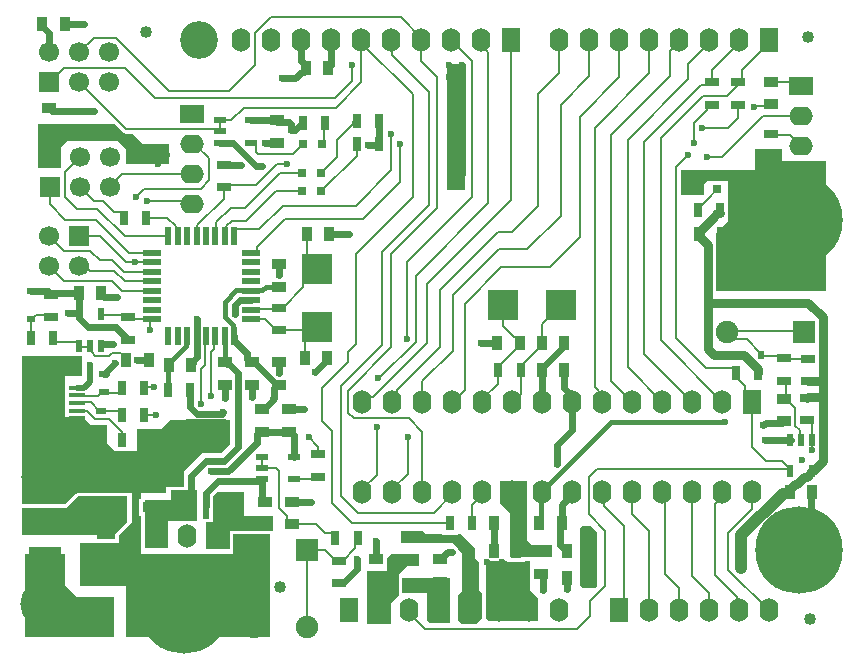
<source format=gtl>
G04*
G04 #@! TF.GenerationSoftware,Altium Limited,Altium Designer,20.0.13 (296)*
G04*
G04 Layer_Physical_Order=1*
G04 Layer_Color=255*
%FSLAX44Y44*%
%MOMM*%
G71*
G01*
G75*
%ADD10C,0.2000*%
%ADD11C,0.4000*%
%ADD17R,1.3000X0.9000*%
%ADD18R,0.9000X1.3000*%
%ADD19R,3.5000X2.2000*%
%ADD20R,0.6000X2.2000*%
%ADD21R,2.5000X2.6000*%
%ADD22R,2.6000X2.5000*%
%ADD23R,0.5588X0.6858*%
%ADD24R,0.6858X0.5588*%
%ADD25R,1.6000X3.0000*%
%ADD26R,1.0000X0.5500*%
%ADD27R,0.5500X1.0000*%
%ADD28R,2.7000X2.0000*%
%ADD29R,0.8000X0.8000*%
%ADD30R,1.3500X0.4000*%
%ADD31R,1.4000X1.6000*%
%ADD32R,1.9000X1.9000*%
%ADD33R,0.5500X1.5000*%
%ADD34R,1.5000X0.5500*%
%ADD35R,1.3000X0.7000*%
%ADD36R,0.7000X1.3000*%
%ADD37R,0.9000X0.6000*%
%ADD67C,1.9000*%
%ADD68R,1.9000X1.9000*%
%ADD73C,1.0160*%
%ADD74C,0.6000*%
%ADD75C,0.5000*%
%ADD76C,0.8000*%
%ADD77C,1.0000*%
%ADD78C,3.2000*%
%ADD79O,1.6000X2.0000*%
%ADD80R,1.6000X2.0000*%
%ADD81C,4.0000*%
%ADD82C,7.4000*%
%ADD83O,2.0000X1.6000*%
%ADD84R,2.0000X1.6000*%
%ADD85C,1.7000*%
%ADD86R,1.7000X1.7000*%
G04:AMPARAMS|DCode=87|XSize=2mm|YSize=1.2mm|CornerRadius=0.36mm|HoleSize=0mm|Usage=FLASHONLY|Rotation=0.000|XOffset=0mm|YOffset=0mm|HoleType=Round|Shape=RoundedRectangle|*
%AMROUNDEDRECTD87*
21,1,2.0000,0.4800,0,0,0.0*
21,1,1.2800,1.2000,0,0,0.0*
1,1,0.7200,0.6400,-0.2400*
1,1,0.7200,-0.6400,-0.2400*
1,1,0.7200,-0.6400,0.2400*
1,1,0.7200,0.6400,0.2400*
%
%ADD87ROUNDEDRECTD87*%
%ADD88C,0.6000*%
G36*
X87356Y430116D02*
X87356Y430116D01*
X88240Y429525D01*
X88679Y429232D01*
X90240Y428922D01*
X90240Y428922D01*
X96078D01*
X105000Y420000D01*
X127000D01*
Y403000D01*
X90000D01*
Y416000D01*
X83000Y423000D01*
X40000D01*
X35000Y418000D01*
Y400000D01*
X16000D01*
Y437000D01*
X80472D01*
X87356Y430116D01*
D02*
G37*
G36*
X377000Y381000D02*
X362000D01*
Y488000D01*
X377000D01*
Y381000D01*
D02*
G37*
G36*
X646000Y406000D02*
X653000D01*
X683000Y406000D01*
X683000Y296000D01*
X590060D01*
Y334500D01*
X590000Y334959D01*
Y345000D01*
X599500Y354500D01*
X600000D01*
Y361041D01*
X600060Y361500D01*
X600000Y361959D01*
Y373500D01*
Y389000D01*
X583000D01*
X580000Y386000D01*
Y377000D01*
X570000Y377000D01*
X560078D01*
Y398000D01*
X623000D01*
Y416000D01*
X646000D01*
Y406000D01*
D02*
G37*
G36*
X53000Y224000D02*
X39000D01*
Y219000D01*
X38995D01*
Y209000D01*
Y202500D01*
Y196000D01*
Y189500D01*
X53500D01*
X61000Y182000D01*
X74000Y182000D01*
X74000Y167000D01*
X80000Y161000D01*
Y160500D01*
X80500D01*
X81000Y160000D01*
X100000D01*
Y179000D01*
X120000D01*
X127182Y186182D01*
X148752Y186182D01*
X150257Y185882D01*
X171426D01*
X172932Y186182D01*
X178633Y186182D01*
Y166632D01*
X171000Y159000D01*
X155000Y159000D01*
X139000Y143000D01*
Y130059D01*
X128000D01*
X127704Y130000D01*
X124000D01*
Y125000D01*
X103000D01*
Y120000D01*
X101500D01*
Y105000D01*
X102941D01*
Y78000D01*
X103000Y77705D01*
Y73000D01*
X181000D01*
Y76704D01*
X181059Y77000D01*
Y89941D01*
X212000D01*
Y3000D01*
X90000Y3000D01*
X90000Y46000D01*
X51898Y46000D01*
X51000Y46898D01*
X51000Y82000D01*
X84000Y82000D01*
Y82500D01*
X84000D01*
Y88674D01*
X93163Y97837D01*
X93819Y98819D01*
X95000Y100000D01*
X95000Y125000D01*
X91296D01*
X91000Y125059D01*
X50000D01*
X48829Y124826D01*
X47837Y124163D01*
X47837Y124163D01*
X38733Y115059D01*
X2000D01*
X2000Y115059D01*
X2000Y241000D01*
X53000D01*
X53000Y224000D01*
D02*
G37*
G36*
X150000Y101000D02*
X142321D01*
X141600Y101095D01*
X140879Y101000D01*
X126000D01*
Y78000D01*
X106000D01*
Y119000D01*
X128000D01*
Y127000D01*
X150000D01*
Y101000D01*
D02*
G37*
G36*
X91000Y100000D02*
X80000Y89000D01*
X2000D01*
Y112000D01*
X40000D01*
X50000Y122000D01*
X91000D01*
Y100000D01*
D02*
G37*
G36*
X190000Y117000D02*
Y105000D01*
X190000Y105000D01*
X215000D01*
Y93000D01*
X178000D01*
Y77000D01*
X158000D01*
Y100000D01*
X164000D01*
Y113409D01*
X164118Y114000D01*
Y122118D01*
X168000Y126000D01*
X190000D01*
X190000Y117000D01*
D02*
G37*
G36*
X430000Y85000D02*
X434000Y81000D01*
X451000D01*
Y70521D01*
X415000D01*
Y108000D01*
X407000Y116000D01*
Y135000D01*
X430000D01*
Y85000D01*
D02*
G37*
G36*
X432000Y43000D02*
X439000Y36000D01*
Y16000D01*
X398000Y16000D01*
X395049Y18951D01*
X395059Y19000D01*
X395059Y19000D01*
Y40000D01*
X395059Y40000D01*
X395000Y40295D01*
X395000Y67000D01*
X413000D01*
Y66500D01*
X428000D01*
Y67000D01*
X432000D01*
X432000Y43000D01*
D02*
G37*
G36*
X338000Y63898D02*
X337102Y63000D01*
X328000Y63000D01*
X321000Y56000D01*
Y38000D01*
X315000Y32000D01*
Y14000D01*
X294000D01*
Y59000D01*
X311000Y59000D01*
X311000Y60750D01*
X311250Y61000D01*
X311250D01*
Y69250D01*
X315000Y73000D01*
X338000D01*
Y63898D01*
D02*
G37*
G36*
X489000Y92000D02*
Y46000D01*
X487000Y44000D01*
X477000D01*
X475000Y46000D01*
Y95000D01*
X477000Y97000D01*
X484000D01*
X489000Y92000D01*
D02*
G37*
G36*
X365000Y15000D02*
X347000D01*
X345000Y17000D01*
Y40000D01*
X324059D01*
Y53000D01*
X365000D01*
Y15000D01*
D02*
G37*
G36*
X344000Y90000D02*
X358000D01*
Y89500D01*
X371000D01*
Y90000D01*
X374000D01*
X386000Y78000D01*
Y69000D01*
X389000Y66000D01*
Y43000D01*
X392000Y40000D01*
Y19000D01*
X387078Y14078D01*
X373922D01*
X371000Y17000D01*
Y38000D01*
X375000Y42000D01*
Y74000D01*
X371638Y77362D01*
X370326Y79326D01*
X368362Y80638D01*
X367000Y82000D01*
X323000D01*
Y93000D01*
X341000D01*
X344000Y90000D01*
D02*
G37*
G36*
X39000Y47000D02*
X49000Y37000D01*
X80000D01*
Y4000D01*
Y3000D01*
X5000D01*
Y73000D01*
X39000D01*
Y47000D01*
D02*
G37*
D10*
X76150Y241000D02*
X78150Y243000D01*
X90500Y237000D02*
Y239000D01*
X87500Y242000D02*
X90500Y239000D01*
X86743Y242000D02*
X87500D01*
X85743Y243000D02*
X86743Y242000D01*
X78150Y243000D02*
X85743D01*
X61250Y243750D02*
Y248250D01*
X64000Y241000D02*
X76150D01*
X61250Y243750D02*
X64000Y241000D01*
X60625Y248875D02*
X61250Y248250D01*
X602500Y261500D02*
X667500D01*
X602500Y259500D02*
Y261500D01*
Y259500D02*
X607000Y255000D01*
X600782Y261218D02*
X602500Y259500D01*
X599452Y261218D02*
X600782D01*
X108458Y371856D02*
X140388D01*
X142928Y369316D01*
X144706Y371094D01*
X146000Y369800D01*
X255500Y380250D02*
X285500Y410250D01*
Y420000D01*
X322000Y388000D02*
Y420000D01*
X291000Y357000D02*
X322000Y388000D01*
X269250Y423750D02*
X282500Y437000D01*
X255500Y395750D02*
X269250Y409500D01*
X282500Y437000D02*
Y440000D01*
X269250Y409500D02*
Y423750D01*
X328500Y320500D02*
X383000Y375000D01*
X365760Y508000D02*
X383000Y490760D01*
Y375000D02*
Y490760D01*
X340360Y508000D02*
Y510000D01*
X322860Y527500D02*
X340360Y510000D01*
X213000Y527500D02*
X322860D01*
X408000Y316000D02*
X449000D01*
X474250Y341250D02*
Y443500D01*
X449000Y316000D02*
X474250Y341250D01*
X406000Y331000D02*
X430000D01*
X458250Y359250D02*
Y453250D01*
X430000Y331000D02*
X458250Y359250D01*
X405000Y346000D02*
X417000D01*
X439000Y368000D02*
Y462500D01*
X417000Y346000D02*
X439000Y368000D01*
Y462500D02*
X457200Y480700D01*
X416000Y507440D02*
X416560Y508000D01*
X416000Y373000D02*
Y507440D01*
X345000Y302000D02*
X416000Y373000D01*
X356000Y297000D02*
X405000Y346000D01*
X367000Y292000D02*
X406000Y331000D01*
X377000Y285000D02*
X408000Y316000D01*
X356000Y248000D02*
Y297000D01*
X315850Y201930D02*
Y207448D01*
X319729Y211327D01*
Y211729D01*
X356000Y248000D01*
X303000Y140280D02*
Y180250D01*
X290450Y127730D02*
X303000Y140280D01*
X299417Y206417D02*
X345000Y252000D01*
Y302000D01*
X290450Y201930D02*
X294937Y206417D01*
X299417D01*
X335500Y252808D02*
Y308500D01*
X304692Y222000D02*
X335500Y252808D01*
X304000Y222000D02*
X304692D01*
X256000Y214000D02*
X278000Y236000D01*
X285000Y251000D02*
Y327000D01*
X278000Y236000D02*
Y244000D01*
X285000Y251000D01*
Y327000D02*
X333000Y375000D01*
X256000Y186000D02*
Y214000D01*
X242000Y237500D02*
Y255500D01*
X241500Y255000D02*
X242000Y255500D01*
X241500Y239000D02*
Y255000D01*
X268000Y451000D02*
X289560Y472560D01*
X179500Y440500D02*
X190000Y451000D01*
X268000D01*
X289560Y472560D02*
Y506000D01*
X333000Y375000D02*
Y462560D01*
X272450Y215450D02*
X307000Y250000D01*
Y329000D02*
X347000Y369000D01*
X307000Y250000D02*
Y329000D01*
X347000Y369000D02*
Y464000D01*
X315743Y495257D02*
X347000Y464000D01*
X315000Y398000D02*
Y429000D01*
X285000Y368000D02*
X315000Y398000D01*
X278450Y211450D02*
X315000Y248000D01*
Y326750D02*
X354000Y365750D01*
X315000Y248000D02*
Y326750D01*
X278450Y192550D02*
Y211450D01*
X272450Y122550D02*
Y215450D01*
X283070Y187930D02*
X329570D01*
X278450Y192550D02*
X283070Y187930D01*
X265000Y116000D02*
Y177000D01*
X256000Y186000D02*
X265000Y177000D01*
X245000Y172000D02*
X253000Y164000D01*
Y157500D02*
Y164000D01*
X543000Y254180D02*
Y425407D01*
X578593Y461000D01*
X529000Y242780D02*
Y422000D01*
X577500Y470500D02*
X584750D01*
X529000Y422000D02*
X577500Y470500D01*
X367000Y245250D02*
Y292000D01*
X529000Y242780D02*
X569850Y201930D01*
X543000Y254180D02*
X595250Y201930D01*
X515000Y231380D02*
X544450Y201930D01*
X515000Y424000D02*
X566000Y475000D01*
X515000Y231380D02*
Y424000D01*
X501000Y219980D02*
X519050Y201930D01*
X501000Y428000D02*
X551000Y478000D01*
X501000Y219980D02*
Y428000D01*
X487000Y214098D02*
X493650Y207448D01*
X487000Y434000D02*
X533400Y480400D01*
X487000Y214098D02*
Y434000D01*
X335500Y308500D02*
X397000Y370000D01*
X391160Y503583D02*
Y508000D01*
X397000Y370000D02*
Y497743D01*
X391160Y503583D02*
X397000Y497743D01*
X377000Y212280D02*
Y285000D01*
X341250Y219500D02*
X367000Y245250D01*
X366650Y201930D02*
X377000Y212280D01*
X328500Y255000D02*
Y320500D01*
X581000Y231000D02*
X604500D01*
X556000Y256000D02*
X581000Y231000D01*
X556000Y256000D02*
Y401000D01*
X569850Y201930D02*
Y201930D01*
X493650Y201930D02*
Y207448D01*
X584750Y470500D02*
X586750Y472500D01*
X566000Y475000D02*
Y487800D01*
X584200Y506000D01*
X558800Y506408D02*
Y508000D01*
X551000Y498608D02*
X558800Y506408D01*
X551000Y478000D02*
Y498608D01*
X533400Y480400D02*
Y508000D01*
X634500Y452000D02*
X636250Y453750D01*
X622500Y452000D02*
X634500D01*
X622250Y451750D02*
X622500Y452000D01*
X636000Y428500D02*
X636500Y428000D01*
X652200D02*
X662000Y418200D01*
X636500Y428000D02*
X652200D01*
X583000Y374000D02*
X583000D01*
X574500Y364000D02*
Y367000D01*
X576500Y369000D02*
X578000D01*
X574500Y367000D02*
X576500Y369000D01*
X578000D02*
X583000Y374000D01*
X583000D02*
X591000Y382000D01*
X606500Y226000D02*
Y229000D01*
X604500Y231000D02*
X606500Y229000D01*
Y223000D02*
Y226000D01*
X628192Y241365D02*
Y242000D01*
Y242635D01*
X645375Y240375D02*
X647000Y238750D01*
X607000Y255000D02*
X615827D01*
X628192Y242635D01*
X647000Y238750D02*
Y238750D01*
X629182Y240375D02*
X645375D01*
X628192Y241365D02*
X629182Y240375D01*
X647000Y238750D02*
X649000D01*
X669375Y238625D02*
X669500Y238500D01*
X667250Y186500D02*
X669500D01*
X671500Y170000D02*
Y184500D01*
X669500Y186500D02*
X671500Y184500D01*
X671000Y161000D02*
X671250Y161250D01*
Y169750D01*
X600000Y59979D02*
X634579Y25400D01*
X635000D01*
X600000Y59979D02*
Y90750D01*
X649125Y238625D02*
X669375D01*
X671250Y169750D02*
X671500Y170000D01*
X657000Y181800D02*
X660750Y178050D01*
Y171250D02*
X662000Y170000D01*
X660750Y171250D02*
Y178050D01*
X649000Y204500D02*
Y219750D01*
X649000Y204500D02*
X657000Y196500D01*
Y181800D02*
Y196500D01*
X647000Y204500D02*
X649000D01*
X287000Y108000D02*
X350920D01*
X272450Y122550D02*
X287000Y108000D01*
X350920D02*
X366650Y123730D01*
X481993Y137993D02*
X489000Y145000D01*
X651250D01*
X632000Y152000D02*
X645750D01*
X620650Y163350D02*
X632000Y152000D01*
X512000Y29400D02*
Y97000D01*
X493650Y125730D02*
X495299Y124081D01*
Y113701D02*
Y124081D01*
Y113701D02*
X512000Y97000D01*
X481993Y107007D02*
X496000Y93000D01*
X481993Y107007D02*
Y137993D01*
X496000Y46000D02*
Y93000D01*
X508000Y25400D02*
X512000Y29400D01*
X533400Y25400D02*
Y92600D01*
X519050Y106950D02*
Y125730D01*
Y106950D02*
X533400Y92600D01*
X162000Y207000D02*
Y243946D01*
X164750Y246696D01*
Y256750D01*
X166000Y258000D01*
X289560Y506000D02*
X333000Y462560D01*
X314960Y508000D02*
X315743Y507217D01*
Y495257D02*
Y507217D01*
X340360Y490640D02*
X354000Y477000D01*
Y365750D02*
Y477000D01*
X340360Y490640D02*
Y508000D01*
X424500Y208980D02*
Y229000D01*
X417450Y201930D02*
X424500Y208980D01*
Y229000D02*
X426500Y231000D01*
X265000Y116000D02*
X282000Y99000D01*
X483000Y21000D02*
Y33000D01*
X343600Y10000D02*
X472000D01*
X483000Y21000D01*
Y33000D02*
X496000Y46000D01*
X330200Y23400D02*
X343600Y10000D01*
X330200Y23400D02*
Y25400D01*
X547000Y56000D02*
Y115473D01*
X558800Y25400D02*
Y44200D01*
X547000Y56000D02*
X558800Y44200D01*
X569850Y54150D02*
Y125730D01*
Y54150D02*
X584200Y39800D01*
X544450Y125730D02*
X546937Y123243D01*
Y115535D02*
Y123243D01*
Y115535D02*
X547000Y115473D01*
X589000Y55000D02*
Y115473D01*
X607261Y27739D02*
X609600Y25400D01*
X589000Y55000D02*
X607261Y36739D01*
Y27739D02*
Y36739D01*
X595250Y121723D02*
Y125730D01*
X589000Y115473D02*
X595250Y121723D01*
X600000Y90750D02*
X620650Y111400D01*
X584200Y25400D02*
Y39800D01*
X224000Y108000D02*
X226568Y105432D01*
Y101500D02*
Y105432D01*
Y101500D02*
X229568Y98500D01*
X224000Y108000D02*
X224000D01*
X220000Y112000D02*
X224000Y108000D01*
X229568Y98500D02*
X250750D01*
X220000Y112000D02*
Y143000D01*
X217500Y145500D02*
X220000Y143000D01*
X49245Y194000D02*
X57050D01*
X48745Y194500D02*
X49245Y194000D01*
X57050D02*
X64050Y187000D01*
X75550D01*
X86500Y176050D01*
X89000Y342000D02*
X126000D01*
X66000Y365000D02*
X89000Y342000D01*
X49000Y365000D02*
X66000D01*
X50800Y341998D02*
X68002D01*
X90000Y320000D01*
X112000D01*
X65000Y356000D02*
X93000Y328000D01*
X112000D01*
X60002Y329998D02*
X68000Y322000D01*
X78179D01*
X88179Y312000D01*
X80000Y313000D02*
X89000Y304000D01*
X50800Y316598D02*
X53479Y313920D01*
X58638D01*
X59557Y313000D01*
X80000D01*
X89000Y304000D02*
X112000D01*
X78500Y304250D02*
X86750Y296000D01*
X37748Y304250D02*
X78500D01*
X37400Y329998D02*
X60002D01*
X50800Y472440D02*
X90240Y433000D01*
X167250Y431000D02*
X169500D01*
X165250Y433000D02*
X167250Y431000D01*
X90240Y433000D02*
X165250D01*
X169500Y440500D02*
X179500D01*
X218000Y403000D02*
X227000D01*
X200432Y385432D02*
X218000Y403000D01*
X220750Y395750D02*
X239500D01*
X179000Y366000D02*
X191000D01*
X220750Y395750D01*
X166807Y342807D02*
Y353807D01*
X179000Y366000D01*
X256000Y420000D02*
X258000Y422000D01*
Y437250D02*
X258750Y438000D01*
X258000Y422000D02*
Y437250D01*
X223000Y368000D02*
X285000D01*
X225000Y357000D02*
X291000D01*
X203000Y348000D02*
X223000Y368000D01*
X183250Y348000D02*
X203000D01*
X180050Y355250D02*
X192250D01*
X217250Y380250D01*
X239500D01*
X201307Y333307D02*
X225000Y357000D01*
X196000Y328000D02*
X200057D01*
X201307Y329250D01*
Y333307D01*
X38500Y375500D02*
Y396900D01*
Y375500D02*
X49000Y365000D01*
X39000Y356000D02*
X65000D01*
X25600Y369400D02*
X39000Y356000D01*
X25600Y369400D02*
Y384000D01*
X115000Y459000D02*
X267250D01*
X89500Y484500D02*
X115000Y459000D01*
X267250D02*
X282000Y473750D01*
X126750Y465250D02*
X177750D01*
X199813Y487313D01*
X82160Y509840D02*
X126750Y465250D01*
X206000Y145500D02*
X217500D01*
X205500Y146000D02*
X206000Y145500D01*
X157000Y257000D02*
X158000Y258000D01*
X157000Y233000D02*
Y257000D01*
X154000Y230000D02*
X157000Y233000D01*
X154000Y200000D02*
Y230000D01*
X578000Y434000D02*
X600250D01*
X608500Y442250D01*
X571250Y438000D02*
X582250Y449000D01*
X571250Y421250D02*
Y438000D01*
X582000Y409000D02*
X595000D01*
X629600Y443600D01*
X556000Y401000D02*
X566000Y411000D01*
X199813Y514313D02*
X213000Y527500D01*
X28500Y255000D02*
Y256000D01*
Y255000D02*
X30500Y253000D01*
X49250D02*
X50500Y251750D01*
Y249500D02*
Y251750D01*
X30500Y253000D02*
X49250D01*
X50500Y248250D02*
X60000D01*
X9500Y256000D02*
X9750Y256250D01*
Y270923D01*
X8750Y256750D02*
X9500Y256000D01*
X14327Y275500D02*
X29000D01*
X9750Y270923D02*
X14327Y275500D01*
X110750Y272000D02*
X112000D01*
X86500Y167000D02*
Y176050D01*
X645750Y152000D02*
X652500Y145250D01*
X620650Y163350D02*
Y201930D01*
X652500Y143000D02*
Y145250D01*
X200000Y413257D02*
Y420250D01*
Y413257D02*
X201757Y411500D01*
X231500D01*
X282000Y473750D02*
Y487000D01*
X174932Y385432D02*
X200432D01*
X198750Y421500D02*
X200000Y420250D01*
X196500Y421500D02*
X198750D01*
X173000Y383500D02*
X174932Y385432D01*
X50800Y497840D02*
X62800Y509840D01*
X82160D01*
X251500Y314500D02*
X252000D01*
X243500Y323000D02*
Y344000D01*
Y323000D02*
X252000Y314500D01*
X199813Y487313D02*
Y514313D01*
X231500Y411500D02*
X240000Y420000D01*
X25400Y472440D02*
X37460Y484500D01*
X89500D01*
X620650Y111400D02*
Y125730D01*
X649000Y238750D02*
X649125Y238625D01*
X107500Y358000D02*
X125200D01*
X132750Y350450D01*
Y343250D02*
Y350450D01*
Y343250D02*
X134000Y342000D01*
X51000Y384000D02*
X62750Y372250D01*
X71179D01*
X80429Y363000D01*
X86500D01*
X88500Y361000D01*
Y358000D02*
Y361000D01*
X98500Y375000D02*
X98750Y375250D01*
X98500Y374250D02*
Y375000D01*
X98750Y375250D02*
X105875Y382375D01*
X153375D02*
X160500Y389500D01*
X105875Y382375D02*
X153375D01*
X160500Y389500D02*
Y408100D01*
X146000Y420600D02*
X148000D01*
X160500Y408100D01*
X87150Y394750D02*
X145550D01*
X76400Y384000D02*
X87150Y394750D01*
X145550D02*
X146000Y395200D01*
X150750Y351750D02*
X173000Y374000D01*
X150000Y342000D02*
X150750Y342750D01*
Y351750D01*
X173000Y374000D02*
Y383500D01*
X166000Y342000D02*
X166807Y342807D01*
X110750Y270750D02*
X112000Y272000D01*
X110750Y262750D02*
Y270750D01*
X232500Y136500D02*
X248000D01*
X250000Y138500D01*
X253000D01*
X205500Y146000D02*
Y155500D01*
X267500Y87000D02*
Y88500D01*
X265500Y90500D02*
X267500Y88500D01*
X258750Y90500D02*
X265500D01*
X250750Y98500D02*
X258750Y90500D01*
X271000Y67500D02*
X274000D01*
X284500Y78000D01*
Y85000D01*
X286500Y87000D01*
X243500Y76500D02*
X259000D01*
X268000Y67500D01*
X271000D01*
X243500Y11500D02*
Y76500D01*
X392050Y123152D02*
Y125730D01*
X383500Y114602D02*
X392050Y123152D01*
X383500Y99000D02*
Y114602D01*
X68750Y209000D02*
X84500D01*
X66750Y207000D02*
X68750Y209000D01*
X49245Y207000D02*
X66750D01*
X86500Y211000D02*
Y214000D01*
X84500Y209000D02*
X86500Y211000D01*
X60500Y201500D02*
X67500Y194500D01*
X84500Y194250D02*
X86500Y192250D01*
Y191000D02*
Y192250D01*
X69250Y194250D02*
X84500D01*
X69000Y194500D02*
X69250Y194250D01*
X105500Y191000D02*
X106000Y190500D01*
X115250D01*
X105500Y214000D02*
X105750Y214250D01*
X113750D01*
X48745Y207500D02*
X49245Y207000D01*
X55752Y201500D02*
X55752Y201500D01*
X60500D01*
X48745Y201000D02*
X49245Y201500D01*
X55752D01*
X69500Y276500D02*
X70500Y275500D01*
X91000D01*
X97500Y272000D02*
X110750D01*
X94000Y275500D02*
X97500Y272000D01*
X91000Y275500D02*
X94000D01*
X249000Y262500D02*
X252000Y265500D01*
X242000Y255500D02*
X249000Y262500D01*
X242000Y237500D02*
X243500Y236000D01*
X220000Y262500D02*
X249000D01*
X196000Y272000D02*
X208000D01*
X215000Y265000D01*
Y264500D02*
Y265000D01*
Y264500D02*
X217000Y262500D01*
X220000D01*
Y281500D02*
X223000D01*
X240500Y299000D01*
Y303500D01*
X251500Y314500D01*
X196000Y280000D02*
X196750Y280750D01*
X219250D01*
X220000Y281500D01*
X175250Y350450D02*
X180050Y355250D01*
X174000Y342000D02*
X175250Y343250D01*
Y350450D01*
X182000Y342000D02*
Y346750D01*
X183250Y348000D01*
X25400Y316598D02*
X37748Y304250D01*
X86750Y296000D02*
X112000D01*
X88179Y312000D02*
X112000D01*
X25400Y341998D02*
X37400Y329998D01*
X38500Y396900D02*
X51000Y409400D01*
X289560Y506000D02*
Y508000D01*
X169500Y431000D02*
Y440500D01*
X442500Y252000D02*
Y267500D01*
X458500Y283500D01*
Y284000D01*
X442500Y250000D02*
Y252000D01*
X426500Y234000D02*
X442500Y250000D01*
X426500Y231000D02*
Y234000D01*
X405500Y217380D02*
Y229000D01*
X392050Y203930D02*
X405500Y217380D01*
X392050Y201930D02*
Y203930D01*
X423500Y250000D02*
Y252000D01*
X407500Y234000D02*
X423500Y250000D01*
X407500Y231000D02*
Y234000D01*
X405500Y229000D02*
X407500Y231000D01*
X409500Y266500D02*
Y284000D01*
Y266500D02*
X419000Y257000D01*
X420500D01*
X423500Y254000D01*
Y252000D02*
Y254000D01*
X636500Y472750D02*
X658250D01*
X662000Y469000D01*
X611500Y473250D02*
Y482500D01*
X599250Y461000D02*
X611500Y473250D01*
X629600Y443600D02*
X662000D01*
X606500Y223000D02*
X614150Y215350D01*
Y208430D02*
Y215350D01*
Y208430D02*
X620650Y201930D01*
X458250Y453250D02*
X482600Y477600D01*
X608500Y442250D02*
Y453500D01*
X582250Y449000D02*
Y452000D01*
X578593Y461000D02*
X599250D01*
X582250Y452000D02*
X583750Y453500D01*
X586750D01*
X341250Y201930D02*
Y219500D01*
X315850Y125730D02*
Y127730D01*
X328750Y140630D01*
Y171750D01*
X341250Y125730D02*
Y176250D01*
X329570Y187930D02*
X341250Y176250D01*
X290450Y125730D02*
Y127730D01*
X282000Y99000D02*
X364500D01*
X366650Y123730D02*
Y125730D01*
X457200Y480700D02*
Y508000D01*
X482600Y477600D02*
Y508000D01*
X474250Y443500D02*
X508000Y477250D01*
Y508000D01*
X586750Y472500D02*
Y483150D01*
X609600Y506000D01*
X635000D02*
Y508000D01*
X611500Y482500D02*
X635000Y506000D01*
X609600D02*
Y508000D01*
X584200Y506000D02*
Y508000D01*
D11*
X125500Y212000D02*
X125875Y212375D01*
Y232625D01*
X126250Y233000D01*
X135078Y243172D02*
X135078D01*
X126250Y235000D02*
X128750Y237500D01*
X129407D01*
X126250Y233000D02*
Y235000D01*
X129407Y237500D02*
X135078Y243172D01*
X135078D02*
X141250Y249343D01*
Y257250D01*
X142000Y258000D01*
X442850Y126850D02*
X501000Y185000D01*
X442850Y125730D02*
Y126850D01*
X501000Y185000D02*
X597000D01*
X174000Y286635D02*
X183615Y296250D01*
X196000D01*
X205571D01*
X174000Y273907D02*
X181250Y266657D01*
X174000Y273907D02*
Y286635D01*
X181250Y258750D02*
X182000Y258000D01*
X181250Y258750D02*
Y266657D01*
X208500Y299500D02*
X220000D01*
X205571Y296250D02*
X208500Y299179D01*
Y299500D01*
X174000Y235500D02*
Y258000D01*
X441425Y124305D02*
X442850Y125730D01*
X440000Y99000D02*
X441425Y100425D01*
Y124305D01*
D17*
X205000Y195500D02*
D03*
Y176500D02*
D03*
X442000Y75000D02*
D03*
Y56000D02*
D03*
X197000Y235500D02*
D03*
Y216500D02*
D03*
X111000Y112500D02*
D03*
Y131500D02*
D03*
X208000Y98500D02*
D03*
Y117500D02*
D03*
X220000Y235500D02*
D03*
Y216500D02*
D03*
Y318500D02*
D03*
Y299500D02*
D03*
X174000Y216500D02*
D03*
Y235500D02*
D03*
X25000Y450500D02*
D03*
Y431500D02*
D03*
X636250Y453750D02*
D03*
Y472750D02*
D03*
X301750Y68500D02*
D03*
Y49500D02*
D03*
X356000Y68500D02*
D03*
Y49500D02*
D03*
X218000Y421500D02*
D03*
Y440500D02*
D03*
X228000Y195500D02*
D03*
Y176500D02*
D03*
X647000Y185500D02*
D03*
Y204500D02*
D03*
X231000Y117500D02*
D03*
Y98500D02*
D03*
D18*
X482500Y53000D02*
D03*
X463500D02*
D03*
X482500Y76000D02*
D03*
X463500D02*
D03*
X242500Y485000D02*
D03*
X261500D02*
D03*
X420500Y76000D02*
D03*
X401500D02*
D03*
X575500Y344000D02*
D03*
X594500D02*
D03*
X145250Y233000D02*
D03*
X126250D02*
D03*
X262500Y344000D02*
D03*
X243500D02*
D03*
X260500Y239000D02*
D03*
X241500D02*
D03*
X401500Y56000D02*
D03*
X382500D02*
D03*
X38500Y522000D02*
D03*
X19500D02*
D03*
X442500Y229000D02*
D03*
X461500D02*
D03*
X401500Y99000D02*
D03*
X420500D02*
D03*
X459000D02*
D03*
X440000D02*
D03*
X461500Y252000D02*
D03*
X442500D02*
D03*
X404500D02*
D03*
X423500D02*
D03*
X671500Y125750D02*
D03*
X652500D02*
D03*
X69500Y294000D02*
D03*
X50500D02*
D03*
X109500Y237000D02*
D03*
X90500D02*
D03*
D19*
X158000Y176000D02*
D03*
D20*
X183400Y114000D02*
D03*
X170700D02*
D03*
X158000D02*
D03*
X145300D02*
D03*
X132600D02*
D03*
D21*
X458500Y284000D02*
D03*
X409500D02*
D03*
D22*
X252000Y314500D02*
D03*
Y265500D02*
D03*
D23*
X603808Y242000D02*
D03*
X628192D02*
D03*
D24*
X10000Y296192D02*
D03*
Y271808D02*
D03*
D25*
X73000Y141500D02*
D03*
Y100500D02*
D03*
X72000Y61500D02*
D03*
Y20500D02*
D03*
D26*
X196500Y421500D02*
D03*
Y440500D02*
D03*
X169500Y421500D02*
D03*
Y431000D02*
D03*
Y440500D02*
D03*
X232500Y136500D02*
D03*
Y155500D02*
D03*
X205500Y136500D02*
D03*
Y146000D02*
D03*
Y155500D02*
D03*
D27*
X69500Y276500D02*
D03*
X50500D02*
D03*
X69500Y249500D02*
D03*
X60000D02*
D03*
X50500D02*
D03*
X652500Y143000D02*
D03*
X671500D02*
D03*
X652500Y170000D02*
D03*
X662000D02*
D03*
X671500D02*
D03*
D28*
X22000Y101000D02*
D03*
Y69000D02*
D03*
D29*
X591000Y382000D02*
D03*
X575000D02*
D03*
X256000Y420000D02*
D03*
X240000D02*
D03*
X255500Y395750D02*
D03*
X239500D02*
D03*
X255500Y380250D02*
D03*
X239500D02*
D03*
D30*
X48745Y188000D02*
D03*
Y194500D02*
D03*
Y201000D02*
D03*
Y207500D02*
D03*
Y214000D02*
D03*
D31*
X46495Y233000D02*
D03*
Y169000D02*
D03*
D32*
X21995Y189000D02*
D03*
Y213000D02*
D03*
X243500Y76500D02*
D03*
D33*
X182000Y258000D02*
D03*
X174000D02*
D03*
X166000D02*
D03*
X158000D02*
D03*
X150000D02*
D03*
X142000D02*
D03*
X134000D02*
D03*
X126000D02*
D03*
Y342000D02*
D03*
X134000D02*
D03*
X142000D02*
D03*
X150000D02*
D03*
X158000D02*
D03*
X166000D02*
D03*
X174000D02*
D03*
X182000D02*
D03*
D34*
X112000Y272000D02*
D03*
Y280000D02*
D03*
Y288000D02*
D03*
Y296000D02*
D03*
Y304000D02*
D03*
Y312000D02*
D03*
Y320000D02*
D03*
Y328000D02*
D03*
X196000D02*
D03*
Y320000D02*
D03*
Y312000D02*
D03*
Y304000D02*
D03*
Y296000D02*
D03*
Y288000D02*
D03*
Y280000D02*
D03*
Y272000D02*
D03*
D35*
X173000Y383500D02*
D03*
Y402500D02*
D03*
X92000Y254500D02*
D03*
Y273500D02*
D03*
X220000Y262500D02*
D03*
Y281500D02*
D03*
X608500Y472500D02*
D03*
Y453500D02*
D03*
X586750D02*
D03*
Y472500D02*
D03*
X636000Y428500D02*
D03*
Y409500D02*
D03*
X667250Y205500D02*
D03*
Y186500D02*
D03*
X27000Y273500D02*
D03*
Y292500D02*
D03*
X667500Y219500D02*
D03*
Y238500D02*
D03*
X271000Y67500D02*
D03*
Y48500D02*
D03*
X253000Y157500D02*
D03*
Y138500D02*
D03*
X647000Y219750D02*
D03*
Y238750D02*
D03*
X331000Y68500D02*
D03*
Y87500D02*
D03*
Y68500D02*
D03*
Y49500D02*
D03*
D36*
X304500Y440000D02*
D03*
X285500D02*
D03*
Y420000D02*
D03*
X304500D02*
D03*
X107500Y358000D02*
D03*
X88500D02*
D03*
X105500Y214000D02*
D03*
X86500D02*
D03*
Y191000D02*
D03*
X105500D02*
D03*
Y170000D02*
D03*
X86500D02*
D03*
X383500Y99000D02*
D03*
X364500D02*
D03*
X625500Y226000D02*
D03*
X606500D02*
D03*
X258750Y438000D02*
D03*
X239750D02*
D03*
X424500Y229000D02*
D03*
X405500D02*
D03*
X574500Y364000D02*
D03*
X593500D02*
D03*
X9500Y256000D02*
D03*
X28500D02*
D03*
X286500Y87000D02*
D03*
X267500D02*
D03*
X144500Y212000D02*
D03*
X125500D02*
D03*
D37*
X71750Y225500D02*
D03*
Y210500D02*
D03*
X69000Y179500D02*
D03*
Y194500D02*
D03*
D67*
X243500Y11500D02*
D03*
X198500D02*
D03*
Y76500D02*
D03*
X599452Y261218D02*
D03*
Y306218D02*
D03*
X664452D02*
D03*
D68*
Y261218D02*
D03*
D73*
X107500Y515250D02*
D03*
X668000Y511000D02*
D03*
X669000Y18000D02*
D03*
X221000Y45000D02*
D03*
D74*
X645500Y184000D02*
X647000Y185500D01*
X632000Y184000D02*
X645500D01*
X630000Y182000D02*
X632000Y184000D01*
X366000Y386000D02*
X375000Y395000D01*
Y487000D01*
X73250Y227000D02*
X81000Y234750D01*
X71750Y225500D02*
X73250D01*
X81000Y234750D02*
Y235000D01*
X73250Y225500D02*
Y227000D01*
X69500Y249500D02*
Y250750D01*
X69750Y251000D01*
X79000D01*
X150257Y192000D02*
X171426D01*
X144500Y197757D02*
X150257Y192000D01*
X144500Y197757D02*
Y212000D01*
X171426Y192000D02*
X172720Y193294D01*
X457630Y80870D02*
X463000Y75500D01*
X457630Y97630D02*
X459000Y99000D01*
X457630Y85834D02*
Y97630D01*
Y80870D02*
Y85834D01*
X250444Y226944D02*
X260500Y237000D01*
X250444Y226822D02*
Y226944D01*
X304500Y420000D02*
Y440000D01*
Y419500D02*
Y420000D01*
X304000Y419000D02*
X304500Y419500D01*
X295000Y419000D02*
X304000D01*
X217867Y438633D02*
X228367D01*
X233250Y432000D02*
X239500Y438250D01*
X216000Y440500D02*
X217867Y438633D01*
X26000Y294500D02*
X50000D01*
X49750Y277117D02*
X50500Y276367D01*
X41117Y277117D02*
X49750D01*
X41000Y277000D02*
X41117Y277117D01*
X158000Y152000D02*
X173000D01*
X145393Y139393D02*
X158000Y152000D01*
X173000D02*
X184750Y163750D01*
X260500Y237000D02*
Y239000D01*
X228250Y195750D02*
X240750D01*
X670000Y85800D02*
Y124500D01*
X660400Y76200D02*
X670000Y85800D01*
Y124500D02*
X671500Y126000D01*
X631000Y170000D02*
X652500D01*
X653250Y169250D01*
X463000Y75500D02*
X463500Y76000D01*
X455000Y149000D02*
Y165000D01*
X468250Y178250D01*
Y207177D01*
X401500Y76000D02*
Y87500D01*
Y99000D01*
X356000Y68500D02*
X362500Y75000D01*
X366000D01*
X443000Y43000D02*
Y55000D01*
X442000Y56000D02*
X443000Y55000D01*
X242500Y483000D02*
Y485000D01*
X241000Y481500D02*
X242500Y483000D01*
X239000Y481500D02*
X241000D01*
X233500Y476000D02*
X239000Y481500D01*
X222000Y476000D02*
X233500D01*
X274000Y48500D02*
X286250Y60750D01*
Y68500D01*
X271000Y48500D02*
X274000D01*
X194000Y135000D02*
X204000D01*
X168000D02*
X194000D01*
X158000Y125000D02*
X168000Y135000D01*
X204000D02*
X205500Y136500D01*
X150000Y258000D02*
Y272000D01*
X150000Y258000D02*
X150000Y258000D01*
X150000Y239750D02*
Y258000D01*
X146750Y234500D02*
Y236500D01*
X150000Y239750D01*
X145250Y233000D02*
X146750Y234500D01*
X459000Y99000D02*
Y114500D01*
X468250Y123750D01*
Y125730D01*
X405000Y251000D02*
X405250Y251250D01*
X404000Y252000D02*
X405000Y251000D01*
X442675Y199755D02*
Y228825D01*
X196750Y216750D02*
X197000Y217000D01*
Y216500D02*
Y217000D01*
Y206000D02*
Y216500D01*
X205000Y176500D02*
X228000D01*
X203000D02*
X205000D01*
X50500Y276500D02*
Y294000D01*
Y276367D02*
Y276500D01*
X92000Y254500D02*
X92000D01*
X89000D02*
X92000D01*
X92000Y254500D01*
X81500Y265000D02*
X92000Y254500D01*
X182000Y253750D02*
Y258000D01*
Y253750D02*
X192500Y243250D01*
Y238000D02*
Y243250D01*
X182750Y284071D02*
X186679Y288000D01*
X196000D01*
X182750Y276500D02*
Y284071D01*
X185500Y209929D02*
Y226000D01*
X174000Y235500D02*
X175500Y234000D01*
X184750Y209179D02*
X185500Y209929D01*
X175500Y234000D02*
X177500D01*
X185500Y226000D01*
X184750Y163750D02*
Y209179D01*
X145393Y114093D02*
Y139393D01*
X145300Y114000D02*
X145393Y114093D01*
X201500Y167500D02*
Y175000D01*
X162000Y143000D02*
X177000D01*
X201500Y167500D01*
X158000Y114000D02*
Y125000D01*
X201500Y175000D02*
X203000Y176500D01*
X238760Y490740D02*
X242500Y487000D01*
Y485000D02*
Y487000D01*
X238760Y490740D02*
Y508000D01*
X230000Y432000D02*
X233250D01*
X230000D02*
Y437000D01*
X228367Y438633D02*
X230000Y437000D01*
X196500Y440500D02*
X216000D01*
X50500Y273000D02*
Y276367D01*
X50000Y294500D02*
X50500Y294000D01*
X10000Y296192D02*
X24308D01*
X26000Y294500D01*
X58500Y265000D02*
X81500D01*
X50500Y273000D02*
X58500Y265000D01*
X174000Y205000D02*
Y216500D01*
X196750Y216750D02*
X197000Y216500D01*
X391000Y252000D02*
X404000D01*
X404500D02*
X405250Y251250D01*
X247125Y117375D02*
X247250Y117250D01*
X231125Y117375D02*
X247125D01*
X231000Y117500D02*
X231125Y117375D01*
X302000Y68750D02*
Y84000D01*
X301750Y68500D02*
X302000Y68750D01*
X205500Y120000D02*
Y136500D01*
Y120000D02*
X208000Y117500D01*
X100000Y237000D02*
X109500D01*
X262500Y344000D02*
X279000D01*
X220000Y309000D02*
Y318500D01*
X217750Y421250D02*
X218000Y421500D01*
X208250Y421250D02*
X217750D01*
X208000Y421000D02*
X208250Y421250D01*
X216000Y421500D02*
X218000D01*
X264000Y507840D02*
X264160Y508000D01*
X261500Y485000D02*
X264000Y487500D01*
Y507840D01*
X38500Y522000D02*
X55000D01*
X180500Y421500D02*
X200000Y402000D01*
X205000D01*
X169500Y421500D02*
X180500D01*
X173000Y402500D02*
X187500D01*
X187750Y402750D01*
X25000Y450500D02*
X27500Y448000D01*
X63000D01*
X228000Y195500D02*
X228250Y195750D01*
X220000Y226000D02*
Y235500D01*
X264160Y508000D02*
Y510000D01*
X239500Y438250D02*
X239750Y438000D01*
X38000Y521500D02*
X38500Y522000D01*
X442500Y229000D02*
Y231000D01*
X459000Y247500D01*
Y249500D01*
X461500Y252000D01*
X442500Y229000D02*
X442675Y228825D01*
X220000Y235500D02*
X222000D01*
X72000Y291000D02*
X82500D01*
X69500Y293500D02*
Y294000D01*
Y293500D02*
X72000Y291000D01*
X19500Y520000D02*
Y522000D01*
Y520000D02*
X25400Y514100D01*
Y497840D02*
Y514100D01*
X228000Y176500D02*
X228000Y176500D01*
X232500Y155500D02*
Y174000D01*
X230000Y176500D02*
X232500Y174000D01*
X228000Y176500D02*
X230000D01*
X463375Y52875D02*
X463500Y53000D01*
X463375Y43375D02*
Y52875D01*
X463250Y43250D02*
X463375Y43375D01*
X461500Y213927D02*
Y229000D01*
Y213927D02*
X468250Y207177D01*
X207000Y195500D02*
X214867Y203367D01*
X205000Y195500D02*
X207000D01*
X214867Y203367D02*
Y204867D01*
X215250Y205250D01*
X215500Y205500D02*
Y214000D01*
X218000Y216500D02*
X220000D01*
X215500Y214000D02*
X218000Y216500D01*
X215250Y205250D02*
X215500Y205500D01*
X197000Y235500D02*
X199000D01*
X215500Y219000D01*
Y219000D02*
Y219000D01*
Y219000D02*
X218000Y216500D01*
X192500Y238000D02*
X195000Y235500D01*
X197000D01*
D75*
X60000Y221798D02*
Y233000D01*
X59690Y221488D02*
X60000Y221798D01*
X48745Y214000D02*
X54742D01*
X59499Y218757D01*
Y221297D01*
X59690Y221488D01*
D76*
X667996Y286004D02*
X680250Y273750D01*
X583000Y286004D02*
X667996D01*
X583000D02*
Y334500D01*
Y246686D02*
Y286004D01*
X680250Y220000D02*
Y273750D01*
X587314Y357814D02*
X587314D01*
X591000Y361500D02*
X593000D01*
X575500Y344000D02*
X576000Y344500D01*
Y346500D01*
X587314Y357814D01*
X587314D02*
X591000Y361500D01*
X575500Y342000D02*
Y344000D01*
Y342000D02*
X583000Y334500D01*
X603808Y242000D02*
X613484D01*
X587686D02*
X603808D01*
X583000Y246686D02*
X587686Y242000D01*
X613484D02*
X625500Y229984D01*
Y226000D02*
Y229984D01*
X680250Y206000D02*
Y220000D01*
Y151500D02*
Y206000D01*
X667250Y205500D02*
X667750Y206000D01*
X680250D01*
X667500Y219500D02*
X668000Y220000D01*
X680250D01*
X671500Y143000D02*
X671750D01*
X680250Y151500D01*
X656750Y132000D02*
X658265D01*
X671250Y143000D02*
X671500D01*
X666500Y138250D02*
X671250Y143000D01*
X664515Y138250D02*
X666500D01*
X658265Y132000D02*
X664515Y138250D01*
X652500Y125750D02*
Y127750D01*
X656750Y132000D01*
D77*
X611000Y71000D02*
Y89025D01*
Y61000D02*
Y71000D01*
Y89025D02*
X646225Y124250D01*
D78*
X152400Y508000D02*
D03*
D79*
X187960D02*
D03*
X213360D02*
D03*
X238760D02*
D03*
X264160D02*
D03*
X289560D02*
D03*
X314960D02*
D03*
X340360D02*
D03*
X365760D02*
D03*
X391160D02*
D03*
X457200Y25400D02*
D03*
X431800D02*
D03*
X406400D02*
D03*
X381000D02*
D03*
X355600D02*
D03*
X330200D02*
D03*
X304800D02*
D03*
X457200Y508000D02*
D03*
X482600D02*
D03*
X508000D02*
D03*
X533400D02*
D03*
X558800D02*
D03*
X584200D02*
D03*
X609600D02*
D03*
X533400Y25400D02*
D03*
X558800D02*
D03*
X584200D02*
D03*
X609600D02*
D03*
X635000D02*
D03*
X167000Y88000D02*
D03*
X141600D02*
D03*
X595250Y201930D02*
D03*
X569850D02*
D03*
X544450D02*
D03*
X519050D02*
D03*
X493650D02*
D03*
X468250D02*
D03*
X442850D02*
D03*
X417450D02*
D03*
X392050D02*
D03*
X366650D02*
D03*
X341250D02*
D03*
X315850D02*
D03*
X290450D02*
D03*
X620650Y125730D02*
D03*
X595250D02*
D03*
X569850D02*
D03*
X544450D02*
D03*
X519050D02*
D03*
X493650D02*
D03*
X468250D02*
D03*
X442850D02*
D03*
X417450D02*
D03*
X392050D02*
D03*
X366650D02*
D03*
X341250D02*
D03*
X315850D02*
D03*
X290450D02*
D03*
D80*
X416560Y508000D02*
D03*
X279400Y25400D02*
D03*
X635000Y508000D02*
D03*
X508000Y25400D02*
D03*
X116200Y88000D02*
D03*
X620650Y201930D02*
D03*
D81*
X22000Y138000D02*
D03*
X21000Y31000D02*
D03*
D82*
X139700Y25400D02*
D03*
X660400Y76200D02*
D03*
Y355600D02*
D03*
D83*
X146000Y369800D02*
D03*
Y395200D02*
D03*
Y420600D02*
D03*
X662000Y418200D02*
D03*
Y443600D02*
D03*
D84*
X146000Y446000D02*
D03*
X662000Y469000D02*
D03*
D85*
X76200Y497840D02*
D03*
X50800D02*
D03*
X25400D02*
D03*
X76200Y472440D02*
D03*
X50800D02*
D03*
X76400Y409400D02*
D03*
X51000D02*
D03*
X25600D02*
D03*
X76400Y384000D02*
D03*
X51000D02*
D03*
X25400Y341998D02*
D03*
X50800Y316598D02*
D03*
X25400D02*
D03*
D86*
Y472440D02*
D03*
X25600Y384000D02*
D03*
X50800Y341998D02*
D03*
D87*
X21995Y234000D02*
D03*
Y168000D02*
D03*
D88*
X630000Y182000D02*
D03*
X376000Y477000D02*
D03*
X375000Y487000D02*
D03*
X136000Y164000D02*
D03*
Y181000D02*
D03*
X60000Y233000D02*
D03*
X81000Y235000D02*
D03*
X79000Y251000D02*
D03*
X172720Y193294D02*
D03*
X108458Y371856D02*
D03*
X59690Y221488D02*
D03*
X457630Y85834D02*
D03*
X250444Y226822D02*
D03*
X295000Y419000D02*
D03*
X322000Y420000D02*
D03*
X41000Y277000D02*
D03*
X101000Y154000D02*
D03*
X111000D02*
D03*
X121000D02*
D03*
X127000Y173000D02*
D03*
X144000Y172000D02*
D03*
X87000Y106000D02*
D03*
X364000Y477000D02*
D03*
Y487000D02*
D03*
X373000Y386000D02*
D03*
Y394000D02*
D03*
X366000D02*
D03*
Y386000D02*
D03*
X304000Y222000D02*
D03*
X315000Y429000D02*
D03*
X240750Y195750D02*
D03*
X245000Y172000D02*
D03*
X563000Y380000D02*
D03*
Y387000D02*
D03*
Y394000D02*
D03*
X611000Y71000D02*
D03*
X671000Y161000D02*
D03*
X631000Y170000D02*
D03*
X611000Y61000D02*
D03*
X396000Y66000D02*
D03*
X430000Y64000D02*
D03*
X409000Y66000D02*
D03*
X366000Y75000D02*
D03*
X326000Y68000D02*
D03*
X443000Y43000D02*
D03*
X117000Y403000D02*
D03*
Y418000D02*
D03*
X222000Y476000D02*
D03*
X286250Y68500D02*
D03*
X194000Y135000D02*
D03*
X455000Y149000D02*
D03*
X578000Y434000D02*
D03*
X571250Y421250D02*
D03*
X582000Y409000D02*
D03*
X566000Y411000D02*
D03*
X597000Y185000D02*
D03*
X230000Y432000D02*
D03*
X162000Y207000D02*
D03*
X154000Y200000D02*
D03*
X174000Y205000D02*
D03*
X197000Y206000D02*
D03*
X391000Y252000D02*
D03*
X247250Y117250D02*
D03*
X302000Y84000D02*
D03*
X162000Y143000D02*
D03*
X100000Y237000D02*
D03*
X150000Y272000D02*
D03*
X401500Y87500D02*
D03*
X208000Y421000D02*
D03*
X227000Y403000D02*
D03*
X279000Y344000D02*
D03*
X282000Y487000D02*
D03*
X111000Y144000D02*
D03*
X205000Y402000D02*
D03*
X187750Y402750D02*
D03*
X63000Y448000D02*
D03*
X55000Y522000D02*
D03*
X220000Y309000D02*
D03*
X662250Y152500D02*
D03*
X182750Y276500D02*
D03*
X220000Y226000D02*
D03*
X82500Y291000D02*
D03*
X124968Y411226D02*
D03*
X316000Y68000D02*
D03*
X463250Y43250D02*
D03*
X98000Y320000D02*
D03*
X98750Y375250D02*
D03*
X110750Y262750D02*
D03*
X480000Y93000D02*
D03*
X215250Y205250D02*
D03*
X87000Y117000D02*
D03*
X115250Y190500D02*
D03*
X113750Y214250D02*
D03*
X622250Y451750D02*
D03*
X328500Y255000D02*
D03*
X328750Y171750D02*
D03*
X303000Y180250D02*
D03*
M02*

</source>
